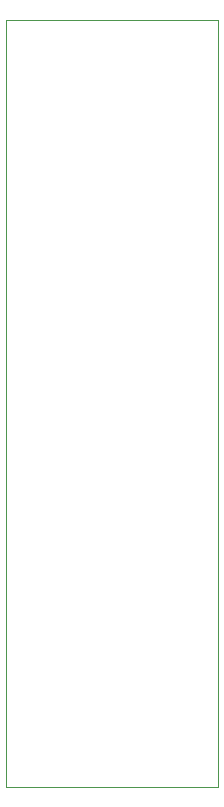
<source format=gbr>
%TF.GenerationSoftware,KiCad,Pcbnew,(6.0.1-0)*%
%TF.CreationDate,2022-02-25T00:16:29-05:00*%
%TF.ProjectId,aquabotsBMSModule,61717561-626f-4747-9342-4d534d6f6475,rev?*%
%TF.SameCoordinates,Original*%
%TF.FileFunction,Profile,NP*%
%FSLAX46Y46*%
G04 Gerber Fmt 4.6, Leading zero omitted, Abs format (unit mm)*
G04 Created by KiCad (PCBNEW (6.0.1-0)) date 2022-02-25 00:16:29*
%MOMM*%
%LPD*%
G01*
G04 APERTURE LIST*
%TA.AperFunction,Profile*%
%ADD10C,0.050000*%
%TD*%
G04 APERTURE END LIST*
D10*
X121000000Y-107000000D02*
X121000000Y-42000000D01*
X121000000Y-42000000D02*
X139000000Y-42000000D01*
X139000000Y-42000000D02*
X139000000Y-107000000D01*
X139000000Y-107000000D02*
X121000000Y-107000000D01*
M02*

</source>
